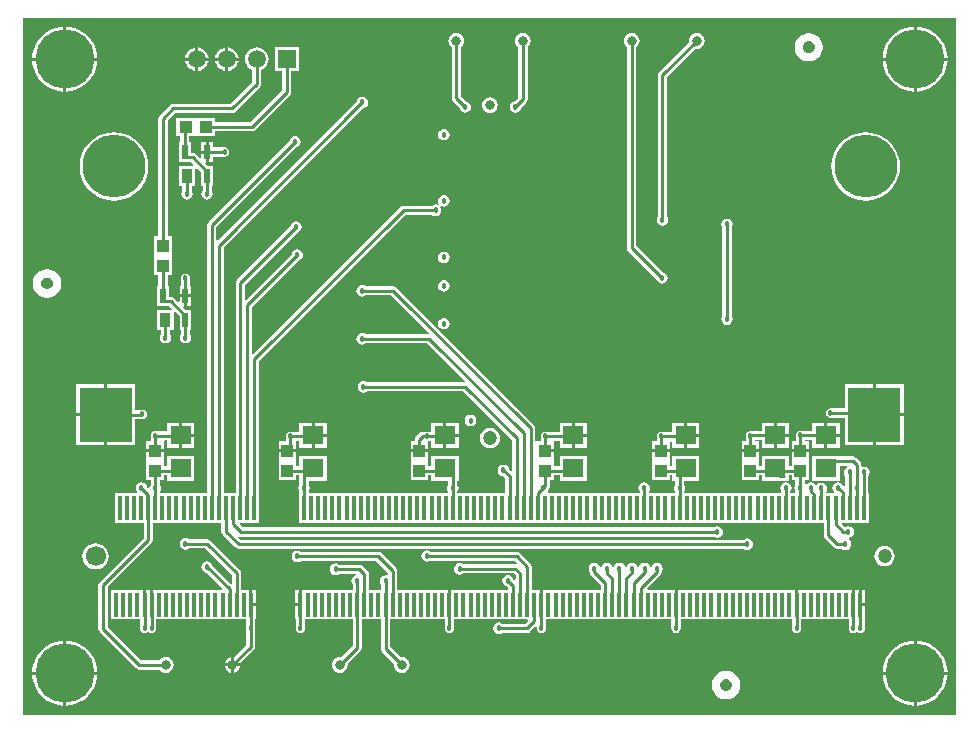
<source format=gtl>
G04*
G04 #@! TF.GenerationSoftware,Altium Limited,Altium Designer,19.0.15 (446)*
G04*
G04 Layer_Physical_Order=1*
G04 Layer_Color=255*
%FSLAX43Y43*%
%MOMM*%
G71*
G01*
G75*
%ADD14C,0.254*%
%ADD15R,0.350X2.000*%
%ADD16R,4.500X4.600*%
%ADD17R,1.100X1.000*%
%ADD18R,1.000X1.100*%
%ADD19R,0.483X1.168*%
%ADD20R,0.889X1.168*%
%ADD21R,1.800X1.600*%
%ADD33C,1.700*%
%ADD35C,0.800*%
%ADD36C,5.300*%
%ADD37C,1.200*%
%ADD38C,5.000*%
%ADD39R,1.500X1.500*%
%ADD40C,1.500*%
%ADD41C,0.457*%
G36*
X79500Y500D02*
X500D01*
Y59500D01*
X79500D01*
Y500D01*
D02*
G37*
%LPC*%
G36*
X67118Y58200D02*
X67000Y58200D01*
X67000Y58200D01*
X66882Y58200D01*
X66650Y58154D01*
X66432Y58063D01*
X66235Y57932D01*
X66068Y57765D01*
X65937Y57568D01*
X65846Y57350D01*
X65800Y57118D01*
X65800Y57000D01*
X65800Y57000D01*
Y56882D01*
X65846Y56650D01*
X65937Y56432D01*
X66068Y56235D01*
X66235Y56068D01*
X66432Y55937D01*
X66650Y55846D01*
X66882Y55800D01*
X67000D01*
X67118Y55800D01*
X67350Y55846D01*
X67568Y55937D01*
X67765Y56068D01*
X67932Y56235D01*
X68063Y56432D01*
X68154Y56650D01*
X68200Y56882D01*
X68200Y57000D01*
X68200Y57118D01*
X68154Y57350D01*
X68063Y57568D01*
X67932Y57765D01*
X67765Y57932D01*
X67568Y58063D01*
X67350Y58154D01*
X67118Y58200D01*
D02*
G37*
G36*
X57531Y58191D02*
X57360Y58168D01*
X57201Y58102D01*
X57065Y57997D01*
X56960Y57861D01*
X56894Y57702D01*
X56871Y57531D01*
X56884Y57434D01*
X54335Y54885D01*
X54251Y54759D01*
X54222Y54610D01*
Y42673D01*
X54156Y42574D01*
X54118Y42386D01*
X54156Y42198D01*
X54262Y42038D01*
X54422Y41932D01*
X54610Y41894D01*
X54798Y41932D01*
X54958Y42038D01*
X55065Y42198D01*
X55102Y42386D01*
X55065Y42574D01*
X54999Y42673D01*
Y54449D01*
X57434Y56884D01*
X57531Y56871D01*
X57702Y56894D01*
X57861Y56960D01*
X57997Y57065D01*
X58102Y57201D01*
X58168Y57360D01*
X58191Y57531D01*
X58168Y57702D01*
X58102Y57861D01*
X57997Y57997D01*
X57861Y58102D01*
X57702Y58168D01*
X57531Y58191D01*
D02*
G37*
G36*
X76127Y58753D02*
Y56127D01*
X78753D01*
X78729Y56432D01*
X78627Y56854D01*
X78461Y57254D01*
X78235Y57624D01*
X77953Y57953D01*
X77624Y58235D01*
X77254Y58461D01*
X76854Y58627D01*
X76432Y58729D01*
X76127Y58753D01*
D02*
G37*
G36*
X75873D02*
X75568Y58729D01*
X75146Y58627D01*
X74746Y58461D01*
X74376Y58235D01*
X74047Y57953D01*
X73765Y57624D01*
X73539Y57254D01*
X73373Y56854D01*
X73271Y56432D01*
X73247Y56127D01*
X75873D01*
Y58753D01*
D02*
G37*
G36*
X4127D02*
Y56127D01*
X6753D01*
X6729Y56432D01*
X6627Y56854D01*
X6461Y57254D01*
X6235Y57624D01*
X5953Y57953D01*
X5624Y58235D01*
X5254Y58461D01*
X4854Y58627D01*
X4432Y58729D01*
X4127Y58753D01*
D02*
G37*
G36*
X3873D02*
X3568Y58729D01*
X3146Y58627D01*
X2746Y58461D01*
X2376Y58235D01*
X2047Y57953D01*
X1765Y57624D01*
X1539Y57254D01*
X1373Y56854D01*
X1271Y56432D01*
X1247Y56127D01*
X3873D01*
Y58753D01*
D02*
G37*
G36*
X15319Y56996D02*
Y56127D01*
X16188D01*
X16170Y56262D01*
X16069Y56506D01*
X15908Y56716D01*
X15698Y56877D01*
X15454Y56978D01*
X15319Y56996D01*
D02*
G37*
G36*
X17859D02*
Y56127D01*
X18728D01*
X18710Y56262D01*
X18609Y56506D01*
X18448Y56716D01*
X18238Y56877D01*
X17994Y56978D01*
X17859Y56996D01*
D02*
G37*
G36*
X15065Y56996D02*
X14930Y56978D01*
X14686Y56877D01*
X14476Y56716D01*
X14315Y56506D01*
X14214Y56262D01*
X14196Y56127D01*
X15065D01*
Y56996D01*
D02*
G37*
G36*
X17605D02*
X17470Y56978D01*
X17226Y56877D01*
X17016Y56716D01*
X16855Y56506D01*
X16754Y56262D01*
X16736Y56127D01*
X17605D01*
Y56996D01*
D02*
G37*
G36*
X18728Y55873D02*
X17859D01*
Y55004D01*
X17994Y55022D01*
X18238Y55123D01*
X18448Y55284D01*
X18609Y55494D01*
X18710Y55738D01*
X18728Y55873D01*
D02*
G37*
G36*
X16188D02*
X15319D01*
Y55004D01*
X15454Y55022D01*
X15698Y55123D01*
X15908Y55284D01*
X16069Y55494D01*
X16170Y55738D01*
X16188Y55873D01*
D02*
G37*
G36*
X17605D02*
X16736D01*
X16754Y55738D01*
X16855Y55494D01*
X17016Y55284D01*
X17226Y55123D01*
X17470Y55022D01*
X17605Y55004D01*
Y55873D01*
D02*
G37*
G36*
X15065D02*
X14196D01*
X14214Y55738D01*
X14315Y55494D01*
X14476Y55284D01*
X14686Y55123D01*
X14930Y55022D01*
X15065Y55004D01*
Y55873D01*
D02*
G37*
G36*
X78753Y55873D02*
X76127D01*
Y53247D01*
X76432Y53271D01*
X76854Y53373D01*
X77254Y53539D01*
X77624Y53765D01*
X77953Y54047D01*
X78235Y54376D01*
X78461Y54746D01*
X78627Y55146D01*
X78729Y55568D01*
X78753Y55873D01*
D02*
G37*
G36*
X75873D02*
X73247D01*
X73271Y55568D01*
X73373Y55146D01*
X73539Y54746D01*
X73765Y54376D01*
X74047Y54047D01*
X74376Y53765D01*
X74746Y53539D01*
X75146Y53373D01*
X75568Y53271D01*
X75873Y53247D01*
Y55873D01*
D02*
G37*
G36*
X6753D02*
X4127D01*
Y53247D01*
X4432Y53271D01*
X4854Y53373D01*
X5254Y53539D01*
X5624Y53765D01*
X5953Y54047D01*
X6235Y54376D01*
X6461Y54746D01*
X6627Y55146D01*
X6729Y55568D01*
X6753Y55873D01*
D02*
G37*
G36*
X3873D02*
X1247D01*
X1271Y55568D01*
X1373Y55146D01*
X1539Y54746D01*
X1765Y54376D01*
X2047Y54047D01*
X2376Y53765D01*
X2746Y53539D01*
X3146Y53373D01*
X3568Y53271D01*
X3873Y53247D01*
Y55873D01*
D02*
G37*
G36*
X42799Y58191D02*
X42628Y58168D01*
X42469Y58102D01*
X42333Y57997D01*
X42228Y57861D01*
X42162Y57702D01*
X42139Y57531D01*
X42162Y57360D01*
X42228Y57201D01*
X42333Y57065D01*
X42411Y57005D01*
Y52739D01*
X42092Y52421D01*
X41976Y52398D01*
X41816Y52291D01*
X41709Y52131D01*
X41672Y51943D01*
X41709Y51755D01*
X41816Y51595D01*
X41976Y51488D01*
X42164Y51451D01*
X42352Y51488D01*
X42512Y51595D01*
X42619Y51755D01*
X42642Y51871D01*
X43074Y52303D01*
X43158Y52429D01*
X43187Y52578D01*
Y57005D01*
X43265Y57065D01*
X43370Y57201D01*
X43436Y57360D01*
X43459Y57531D01*
X43436Y57702D01*
X43370Y57861D01*
X43265Y57997D01*
X43129Y58102D01*
X42970Y58168D01*
X42799Y58191D01*
D02*
G37*
G36*
X37150D02*
X36979Y58168D01*
X36820Y58102D01*
X36684Y57997D01*
X36579Y57861D01*
X36513Y57702D01*
X36490Y57531D01*
X36513Y57360D01*
X36579Y57201D01*
X36684Y57065D01*
X36762Y57005D01*
Y52706D01*
X36791Y52557D01*
X36875Y52431D01*
X37435Y51871D01*
X37458Y51755D01*
X37565Y51595D01*
X37725Y51488D01*
X37913Y51451D01*
X38101Y51488D01*
X38261Y51595D01*
X38368Y51755D01*
X38405Y51943D01*
X38368Y52131D01*
X38261Y52291D01*
X38101Y52398D01*
X37985Y52421D01*
X37538Y52867D01*
Y57005D01*
X37616Y57065D01*
X37721Y57201D01*
X37787Y57360D01*
X37810Y57531D01*
X37787Y57702D01*
X37721Y57861D01*
X37616Y57997D01*
X37480Y58102D01*
X37321Y58168D01*
X37150Y58191D01*
D02*
G37*
G36*
X40000Y52760D02*
X39829Y52737D01*
X39670Y52671D01*
X39534Y52567D01*
X39429Y52430D01*
X39363Y52271D01*
X39340Y52100D01*
X39363Y51929D01*
X39429Y51770D01*
X39534Y51634D01*
X39670Y51529D01*
X39829Y51463D01*
X40000Y51440D01*
X40171Y51463D01*
X40330Y51529D01*
X40466Y51634D01*
X40571Y51770D01*
X40637Y51929D01*
X40660Y52100D01*
X40637Y52271D01*
X40571Y52430D01*
X40466Y52567D01*
X40330Y52671D01*
X40171Y52737D01*
X40000Y52760D01*
D02*
G37*
G36*
X23816Y57004D02*
X21808D01*
Y54996D01*
X22424D01*
Y53392D01*
X19683Y50652D01*
X16764D01*
Y51017D01*
X15191D01*
X15156Y51017D01*
X15064D01*
X15029Y51017D01*
X13456D01*
Y49509D01*
X13772D01*
Y48966D01*
X13665D01*
Y47290D01*
X14237D01*
X14274Y47282D01*
X14667D01*
X14898Y47052D01*
X14849Y46934D01*
X13665D01*
Y45258D01*
X13975D01*
Y44883D01*
X13909Y44784D01*
X13871Y44596D01*
X13909Y44408D01*
X14015Y44248D01*
X14175Y44141D01*
X14363Y44104D01*
X14552Y44141D01*
X14711Y44248D01*
X14818Y44408D01*
X14855Y44596D01*
X14818Y44784D01*
X14752Y44883D01*
Y45258D01*
X15062D01*
Y46722D01*
X15179Y46771D01*
X15565Y46385D01*
Y45258D01*
X15672D01*
Y44883D01*
X15606Y44784D01*
X15568Y44596D01*
X15606Y44408D01*
X15712Y44248D01*
X15872Y44141D01*
X16060Y44104D01*
X16248Y44141D01*
X16408Y44248D01*
X16515Y44408D01*
X16552Y44596D01*
X16515Y44784D01*
X16448Y44883D01*
Y45258D01*
X16555D01*
Y46934D01*
X16114D01*
X15876Y47172D01*
X15924Y47290D01*
X15933D01*
Y48001D01*
X15565D01*
Y47650D01*
X15447Y47601D01*
X15103Y47945D01*
X14977Y48030D01*
X14828Y48059D01*
X14655D01*
Y48966D01*
X14549D01*
Y49509D01*
X15029D01*
X15064Y49509D01*
X15156D01*
X15191Y49509D01*
X16764D01*
Y49875D01*
X19844D01*
X19993Y49904D01*
X20119Y49988D01*
X23087Y52956D01*
X23171Y53082D01*
X23201Y53231D01*
Y54996D01*
X23816D01*
Y57004D01*
D02*
G37*
G36*
X36100Y50092D02*
X35912Y50055D01*
X35752Y49948D01*
X35645Y49788D01*
X35608Y49600D01*
X35645Y49412D01*
X35752Y49252D01*
X35912Y49145D01*
X36100Y49108D01*
X36288Y49145D01*
X36448Y49252D01*
X36555Y49412D01*
X36592Y49600D01*
X36555Y49788D01*
X36448Y49948D01*
X36288Y50055D01*
X36100Y50092D01*
D02*
G37*
G36*
X15933Y48966D02*
X15565D01*
Y48255D01*
X15933D01*
Y48966D01*
D02*
G37*
G36*
X16555D02*
X16187D01*
Y48128D01*
Y47290D01*
X16555D01*
Y47740D01*
X17560D01*
X17709Y47769D01*
X17835Y47853D01*
X17919Y47979D01*
X17948Y48128D01*
X17919Y48277D01*
X17835Y48403D01*
X17709Y48487D01*
X17560Y48516D01*
X16555D01*
Y48966D01*
D02*
G37*
G36*
X71813Y49818D02*
X71357Y49782D01*
X70913Y49675D01*
X70491Y49500D01*
X70101Y49262D01*
X69753Y48965D01*
X69456Y48617D01*
X69218Y48227D01*
X69043Y47805D01*
X68936Y47361D01*
X68900Y46905D01*
X68936Y46449D01*
X69043Y46005D01*
X69218Y45583D01*
X69456Y45193D01*
X69753Y44845D01*
X70101Y44548D01*
X70491Y44310D01*
X70913Y44135D01*
X71357Y44028D01*
X71813Y43992D01*
X72269Y44028D01*
X72713Y44135D01*
X73135Y44310D01*
X73525Y44548D01*
X73873Y44845D01*
X74170Y45193D01*
X74408Y45583D01*
X74583Y46005D01*
X74690Y46449D01*
X74726Y46905D01*
X74690Y47361D01*
X74583Y47805D01*
X74408Y48227D01*
X74170Y48617D01*
X73873Y48965D01*
X73525Y49262D01*
X73135Y49500D01*
X72713Y49675D01*
X72269Y49782D01*
X71813Y49818D01*
D02*
G37*
G36*
X8173D02*
X7717Y49782D01*
X7273Y49675D01*
X6851Y49500D01*
X6461Y49262D01*
X6113Y48965D01*
X5816Y48617D01*
X5578Y48227D01*
X5403Y47805D01*
X5296Y47361D01*
X5260Y46905D01*
X5296Y46449D01*
X5403Y46005D01*
X5578Y45583D01*
X5816Y45193D01*
X6113Y44845D01*
X6461Y44548D01*
X6851Y44310D01*
X7273Y44135D01*
X7717Y44028D01*
X8173Y43992D01*
X8629Y44028D01*
X9073Y44135D01*
X9495Y44310D01*
X9885Y44548D01*
X10233Y44845D01*
X10530Y45193D01*
X10768Y45583D01*
X10943Y46005D01*
X11050Y46449D01*
X11086Y46905D01*
X11050Y47361D01*
X10943Y47805D01*
X10768Y48227D01*
X10530Y48617D01*
X10233Y48965D01*
X9885Y49262D01*
X9495Y49500D01*
X9073Y49675D01*
X8629Y49782D01*
X8173Y49818D01*
D02*
G37*
G36*
X29191Y52816D02*
X29003Y52779D01*
X28843Y52672D01*
X28736Y52512D01*
X28713Y52396D01*
X16970Y40652D01*
X16852Y40701D01*
Y41801D01*
X23567Y48515D01*
X23683Y48539D01*
X23843Y48645D01*
X23950Y48805D01*
X23987Y48993D01*
X23950Y49181D01*
X23843Y49341D01*
X23683Y49448D01*
X23495Y49485D01*
X23307Y49448D01*
X23147Y49341D01*
X23040Y49181D01*
X23017Y49065D01*
X16189Y42237D01*
X16105Y42111D01*
X16076Y41962D01*
Y19259D01*
X12052D01*
Y19398D01*
X12119Y19497D01*
X12156Y19685D01*
X12119Y19873D01*
X12052Y19972D01*
Y20328D01*
X12427D01*
Y20744D01*
X12669D01*
Y20308D01*
X14977D01*
Y22416D01*
X12669D01*
Y21520D01*
X12427D01*
Y21901D01*
X12427Y21936D01*
Y22028D01*
X12427Y22063D01*
Y22705D01*
X11673D01*
X10919D01*
Y22063D01*
X10919Y22028D01*
Y21936D01*
X10919Y21901D01*
Y20328D01*
X11276D01*
Y19972D01*
X11209Y19873D01*
X11186Y19754D01*
X11067Y19706D01*
X10975Y19769D01*
X10955Y19873D01*
X10848Y20033D01*
X10688Y20140D01*
X10500Y20177D01*
X10312Y20140D01*
X10152Y20033D01*
X10045Y19873D01*
X10008Y19685D01*
X10045Y19497D01*
X10119Y19386D01*
X10058Y19259D01*
X8235D01*
Y16751D01*
X10676D01*
Y15461D01*
X6964Y11750D01*
X6880Y11624D01*
X6851Y11475D01*
Y7786D01*
X6880Y7638D01*
X6964Y7512D01*
X10052Y4424D01*
X10178Y4340D01*
X10326Y4311D01*
X12047D01*
X12107Y4233D01*
X12243Y4128D01*
X12402Y4062D01*
X12573Y4039D01*
X12744Y4062D01*
X12903Y4128D01*
X13039Y4233D01*
X13144Y4369D01*
X13210Y4528D01*
X13233Y4699D01*
X13210Y4870D01*
X13144Y5029D01*
X13039Y5165D01*
X12903Y5270D01*
X12744Y5336D01*
X12573Y5359D01*
X12402Y5336D01*
X12243Y5270D01*
X12107Y5165D01*
X12047Y5087D01*
X10487D01*
X7627Y7947D01*
Y11314D01*
X11339Y15025D01*
X11423Y15151D01*
X11452Y15300D01*
Y16751D01*
X17276D01*
Y15991D01*
X17305Y15842D01*
X17389Y15716D01*
X18455Y14650D01*
X18581Y14566D01*
X18730Y14537D01*
X61501D01*
X61600Y14470D01*
X61788Y14433D01*
X61976Y14470D01*
X62136Y14577D01*
X62243Y14737D01*
X62280Y14925D01*
X62243Y15113D01*
X62136Y15273D01*
X61976Y15380D01*
X61788Y15417D01*
X61600Y15380D01*
X61501Y15313D01*
X18891D01*
X18661Y15543D01*
X18742Y15642D01*
X18811Y15596D01*
X18959Y15567D01*
X58975D01*
X59074Y15500D01*
X59262Y15463D01*
X59450Y15500D01*
X59610Y15607D01*
X59717Y15767D01*
X59754Y15955D01*
X59717Y16143D01*
X59610Y16303D01*
X59450Y16410D01*
X59262Y16447D01*
X59074Y16410D01*
X58975Y16343D01*
X19120D01*
X18830Y16634D01*
X18879Y16751D01*
X20493D01*
Y19259D01*
X20452D01*
Y30415D01*
X32849Y42812D01*
X35113D01*
X35212Y42745D01*
X35400Y42708D01*
X35588Y42745D01*
X35748Y42852D01*
X35855Y43012D01*
X35892Y43200D01*
X35855Y43388D01*
X35803Y43465D01*
X35894Y43557D01*
X35912Y43546D01*
X36100Y43508D01*
X36288Y43546D01*
X36448Y43652D01*
X36555Y43812D01*
X36592Y44000D01*
X36555Y44188D01*
X36448Y44348D01*
X36288Y44455D01*
X36100Y44492D01*
X35912Y44455D01*
X35752Y44348D01*
X35645Y44188D01*
X35608Y44000D01*
X35645Y43812D01*
X35697Y43735D01*
X35606Y43643D01*
X35588Y43655D01*
X35400Y43692D01*
X35212Y43655D01*
X35113Y43588D01*
X32688D01*
X32539Y43559D01*
X32413Y43475D01*
X19970Y31031D01*
X19852Y31080D01*
Y35022D01*
X23757Y38927D01*
X23874Y38950D01*
X24033Y39057D01*
X24140Y39216D01*
X24177Y39404D01*
X24140Y39593D01*
X24033Y39752D01*
X23874Y39859D01*
X23685Y39896D01*
X23497Y39859D01*
X23338Y39752D01*
X23231Y39593D01*
X23208Y39476D01*
X19370Y35638D01*
X19252Y35687D01*
Y36891D01*
X23666Y41304D01*
X23782Y41328D01*
X23942Y41434D01*
X24048Y41594D01*
X24086Y41782D01*
X24048Y41970D01*
X23942Y42130D01*
X23782Y42237D01*
X23594Y42274D01*
X23406Y42237D01*
X23246Y42130D01*
X23139Y41970D01*
X23116Y41854D01*
X18589Y37327D01*
X18505Y37201D01*
X18476Y37052D01*
Y19259D01*
X17452D01*
Y40036D01*
X29263Y51846D01*
X29379Y51869D01*
X29539Y51976D01*
X29646Y52136D01*
X29683Y52324D01*
X29646Y52512D01*
X29539Y52672D01*
X29379Y52779D01*
X29191Y52816D01*
D02*
G37*
G36*
X36100Y39692D02*
X35912Y39655D01*
X35752Y39548D01*
X35645Y39388D01*
X35608Y39200D01*
X35645Y39012D01*
X35752Y38852D01*
X35912Y38745D01*
X36100Y38708D01*
X36288Y38745D01*
X36448Y38852D01*
X36555Y39012D01*
X36592Y39200D01*
X36555Y39388D01*
X36448Y39548D01*
X36288Y39655D01*
X36100Y39692D01*
D02*
G37*
G36*
X2618Y38200D02*
X2500Y38200D01*
X2500Y38200D01*
X2382Y38200D01*
X2150Y38154D01*
X1932Y38063D01*
X1735Y37932D01*
X1568Y37765D01*
X1437Y37568D01*
X1346Y37350D01*
X1300Y37118D01*
X1300Y37000D01*
X1300Y37000D01*
Y36882D01*
X1346Y36650D01*
X1437Y36432D01*
X1568Y36235D01*
X1735Y36068D01*
X1932Y35937D01*
X2150Y35846D01*
X2382Y35800D01*
X2500D01*
X2618Y35800D01*
X2850Y35846D01*
X3068Y35937D01*
X3265Y36068D01*
X3432Y36235D01*
X3563Y36432D01*
X3654Y36650D01*
X3700Y36882D01*
X3700Y37000D01*
X3700Y37118D01*
X3654Y37350D01*
X3563Y37568D01*
X3432Y37765D01*
X3265Y37932D01*
X3068Y38063D01*
X2850Y38154D01*
X2618Y38200D01*
D02*
G37*
G36*
X52009Y58191D02*
X51838Y58168D01*
X51679Y58102D01*
X51543Y57997D01*
X51438Y57861D01*
X51372Y57702D01*
X51349Y57531D01*
X51372Y57360D01*
X51438Y57201D01*
X51543Y57065D01*
X51621Y57005D01*
Y40008D01*
X51650Y39860D01*
X51734Y39734D01*
X54086Y37382D01*
X54109Y37265D01*
X54216Y37105D01*
X54376Y36999D01*
X54564Y36961D01*
X54752Y36999D01*
X54912Y37105D01*
X55019Y37265D01*
X55056Y37453D01*
X55019Y37641D01*
X54912Y37801D01*
X54752Y37908D01*
X54636Y37931D01*
X52397Y40169D01*
Y57005D01*
X52475Y57065D01*
X52580Y57201D01*
X52646Y57360D01*
X52669Y57531D01*
X52646Y57702D01*
X52580Y57861D01*
X52475Y57997D01*
X52339Y58102D01*
X52180Y58168D01*
X52009Y58191D01*
D02*
G37*
G36*
X36100Y37292D02*
X35912Y37255D01*
X35752Y37148D01*
X35645Y36988D01*
X35608Y36800D01*
X35645Y36612D01*
X35752Y36452D01*
X35912Y36345D01*
X36100Y36308D01*
X36288Y36345D01*
X36448Y36452D01*
X36555Y36612D01*
X36592Y36800D01*
X36555Y36988D01*
X36448Y37148D01*
X36288Y37255D01*
X36100Y37292D01*
D02*
G37*
G36*
X14224Y37842D02*
X14075Y37812D01*
X13949Y37728D01*
X13865Y37602D01*
X13836Y37453D01*
Y36791D01*
X13729D01*
Y36080D01*
X14719D01*
Y36791D01*
X14612D01*
Y37453D01*
X14583Y37602D01*
X14499Y37728D01*
X14373Y37812D01*
X14224Y37842D01*
D02*
G37*
G36*
X14719Y35826D02*
X14351D01*
Y35115D01*
X14719D01*
Y35826D01*
D02*
G37*
G36*
X60071Y42500D02*
X59883Y42463D01*
X59723Y42356D01*
X59616Y42196D01*
X59579Y42008D01*
X59616Y41820D01*
X59683Y41721D01*
Y34264D01*
X59616Y34165D01*
X59579Y33977D01*
X59616Y33788D01*
X59723Y33629D01*
X59883Y33522D01*
X60071Y33485D01*
X60259Y33522D01*
X60419Y33629D01*
X60526Y33788D01*
X60563Y33977D01*
X60526Y34165D01*
X60459Y34264D01*
Y41721D01*
X60526Y41820D01*
X60563Y42008D01*
X60526Y42196D01*
X60419Y42356D01*
X60259Y42463D01*
X60071Y42500D01*
D02*
G37*
G36*
X36100Y34092D02*
X35912Y34055D01*
X35752Y33948D01*
X35645Y33788D01*
X35608Y33600D01*
X35645Y33412D01*
X35752Y33252D01*
X35912Y33146D01*
X36100Y33108D01*
X36288Y33146D01*
X36448Y33252D01*
X36555Y33412D01*
X36592Y33600D01*
X36555Y33788D01*
X36448Y33948D01*
X36288Y34055D01*
X36100Y34092D01*
D02*
G37*
G36*
X29191Y36876D02*
X29002Y36838D01*
X28843Y36732D01*
X28736Y36572D01*
X28699Y36384D01*
X28736Y36196D01*
X28843Y36036D01*
X29002Y35929D01*
X29191Y35892D01*
X29379Y35929D01*
X29478Y35995D01*
X31654D01*
X34814Y32835D01*
X34762Y32708D01*
X29478D01*
X29379Y32774D01*
X29191Y32812D01*
X29002Y32774D01*
X28843Y32668D01*
X28736Y32508D01*
X28699Y32320D01*
X28736Y32132D01*
X28843Y31972D01*
X29002Y31865D01*
X29191Y31828D01*
X29379Y31865D01*
X29478Y31931D01*
X34702D01*
X37862Y28771D01*
X37810Y28644D01*
X29575D01*
X29476Y28710D01*
X29288Y28748D01*
X29100Y28710D01*
X28940Y28604D01*
X28833Y28444D01*
X28796Y28256D01*
X28833Y28068D01*
X28940Y27908D01*
X29100Y27801D01*
X29288Y27764D01*
X29476Y27801D01*
X29575Y27867D01*
X37734D01*
X41876Y23726D01*
Y21168D01*
X41758Y21119D01*
X41626Y21252D01*
X41603Y21368D01*
X41496Y21528D01*
X41336Y21635D01*
X41148Y21672D01*
X40960Y21635D01*
X40800Y21528D01*
X40693Y21368D01*
X40656Y21180D01*
X40693Y20992D01*
X40800Y20832D01*
X40960Y20726D01*
X41076Y20702D01*
X41276Y20503D01*
Y19259D01*
X37252D01*
Y19398D01*
X37319Y19497D01*
X37356Y19685D01*
X37319Y19873D01*
X37252Y19972D01*
Y20308D01*
X37349D01*
Y22416D01*
X35041D01*
Y21520D01*
X34790D01*
Y21901D01*
X34790Y21936D01*
Y22028D01*
X34790Y22063D01*
Y22705D01*
X34036D01*
X33282D01*
Y22063D01*
X33282Y22028D01*
Y21936D01*
X33282Y21901D01*
Y20328D01*
X34790D01*
Y20744D01*
X35041D01*
Y20308D01*
X36476D01*
Y19972D01*
X36410Y19873D01*
X36372Y19685D01*
X36410Y19497D01*
X36476Y19398D01*
Y19259D01*
X24649D01*
Y19403D01*
X24712Y19497D01*
X24749Y19685D01*
X24712Y19873D01*
X24645Y19972D01*
Y20308D01*
X26180D01*
Y22416D01*
X23872D01*
Y21520D01*
X23614D01*
Y21901D01*
X23614Y21936D01*
Y22028D01*
X23614Y22063D01*
Y22705D01*
X22860D01*
X22106D01*
Y22063D01*
X22106Y22028D01*
Y21936D01*
X22106Y21901D01*
Y20328D01*
X23614D01*
Y20744D01*
X23869D01*
Y19972D01*
X23802Y19873D01*
X23765Y19685D01*
X23802Y19497D01*
X23872Y19393D01*
Y19259D01*
X23835D01*
Y16751D01*
X68276D01*
Y15664D01*
X68305Y15515D01*
X68389Y15389D01*
X69128Y14650D01*
X69254Y14566D01*
X69403Y14537D01*
X69817D01*
X69916Y14470D01*
X70104Y14433D01*
X70292Y14470D01*
X70452Y14577D01*
X70559Y14737D01*
X70596Y14925D01*
X70559Y15113D01*
X70452Y15273D01*
X70349Y15342D01*
X70351Y15373D01*
X70387Y15469D01*
X70546Y15500D01*
X70706Y15607D01*
X70813Y15767D01*
X70850Y15955D01*
X70813Y16143D01*
X70706Y16303D01*
X70546Y16410D01*
X70358Y16447D01*
X70170Y16410D01*
X70082Y16351D01*
X69799Y16634D01*
X69847Y16751D01*
X72093D01*
Y19259D01*
X72052D01*
Y20713D01*
X72118Y20812D01*
X72156Y21000D01*
X72118Y21188D01*
X72012Y21348D01*
X71852Y21455D01*
X71664Y21492D01*
X71589Y21477D01*
X71462Y21581D01*
Y21654D01*
X71432Y21803D01*
X71348Y21929D01*
X71031Y22246D01*
X70905Y22330D01*
X70756Y22360D01*
X69607D01*
Y22416D01*
X67299D01*
Y20308D01*
X69607D01*
Y21583D01*
X70271D01*
X70283Y21456D01*
X70276Y21455D01*
X70116Y21348D01*
X70009Y21188D01*
X69972Y21000D01*
X70009Y20812D01*
X70076Y20713D01*
Y19957D01*
X69958Y19881D01*
X69949Y19882D01*
X69848Y20033D01*
X69688Y20140D01*
X69500Y20177D01*
X69312Y20140D01*
X69152Y20033D01*
X69046Y19873D01*
X69008Y19685D01*
X69046Y19497D01*
X69119Y19386D01*
X69058Y19259D01*
X68499D01*
X68464Y19386D01*
X68519Y19468D01*
X68556Y19656D01*
X68519Y19844D01*
X68412Y20004D01*
X68252Y20111D01*
X68064Y20148D01*
X67876Y20111D01*
X67716Y20004D01*
X67697Y19975D01*
X67570D01*
X67531Y20033D01*
X67371Y20140D01*
X67183Y20177D01*
X66995Y20140D01*
X66835Y20033D01*
X66696Y20053D01*
X66652Y20094D01*
Y20328D01*
X67048D01*
Y21901D01*
X67048Y21936D01*
Y22028D01*
X67048Y22063D01*
Y22705D01*
X66294D01*
X65540D01*
Y22063D01*
X65540Y22028D01*
Y21936D01*
X65540Y21901D01*
Y21520D01*
X65318D01*
Y22416D01*
X63010D01*
Y21520D01*
X62818D01*
Y21901D01*
X62818Y21936D01*
Y22028D01*
X62818Y22063D01*
Y22705D01*
X62064D01*
X61310D01*
Y22063D01*
X61310Y22028D01*
Y21936D01*
X61310Y21901D01*
Y20328D01*
X62818D01*
Y20744D01*
X63010D01*
Y20308D01*
X65318D01*
Y20743D01*
X65540D01*
Y20328D01*
X65876D01*
Y19972D01*
X65809Y19873D01*
X65772Y19685D01*
X65809Y19497D01*
X65876Y19398D01*
Y19259D01*
X65452D01*
Y19398D01*
X65519Y19497D01*
X65556Y19685D01*
X65519Y19873D01*
X65412Y20033D01*
X65252Y20140D01*
X65064Y20177D01*
X64876Y20140D01*
X64716Y20033D01*
X64609Y19873D01*
X64572Y19685D01*
X64609Y19497D01*
X64676Y19398D01*
Y19259D01*
X56452D01*
Y19398D01*
X56519Y19497D01*
X56556Y19685D01*
X56519Y19873D01*
X56452Y19972D01*
Y20308D01*
X57726D01*
Y22416D01*
X55418D01*
Y21520D01*
X55237D01*
Y21901D01*
X55237Y21936D01*
Y22028D01*
X55237Y22063D01*
Y22705D01*
X54483D01*
X53729D01*
Y22063D01*
X53729Y22028D01*
Y21936D01*
X53729Y21901D01*
Y20328D01*
X55237D01*
Y20744D01*
X55418D01*
Y20308D01*
X55676D01*
Y19972D01*
X55610Y19873D01*
X55572Y19685D01*
X55610Y19497D01*
X55676Y19398D01*
Y19259D01*
X53452D01*
Y19398D01*
X53519Y19497D01*
X53556Y19685D01*
X53519Y19873D01*
X53412Y20033D01*
X53252Y20140D01*
X53064Y20177D01*
X52876Y20140D01*
X52716Y20033D01*
X52609Y19873D01*
X52572Y19685D01*
X52609Y19497D01*
X52676Y19398D01*
Y19259D01*
X44942D01*
X44881Y19386D01*
X44954Y19497D01*
X44978Y19613D01*
X44979Y19614D01*
X45063Y19740D01*
X45092Y19889D01*
Y20328D01*
X45458D01*
Y20744D01*
X45910D01*
Y20308D01*
X48218D01*
Y22416D01*
X45910D01*
Y21520D01*
X45458D01*
Y21901D01*
X45458Y21936D01*
Y22028D01*
X45458Y22063D01*
Y22705D01*
X44704D01*
Y22959D01*
X45458D01*
Y23636D01*
X45569Y23674D01*
X45910D01*
Y23108D01*
X46937D01*
Y24162D01*
Y25216D01*
X45910D01*
Y24450D01*
X44710D01*
X44561Y24421D01*
X44435Y24337D01*
X44351Y24211D01*
X44322Y24062D01*
Y23636D01*
X43970D01*
X43950Y23636D01*
X43843Y23684D01*
Y24744D01*
X43813Y24893D01*
X43729Y25019D01*
X32090Y36659D01*
X31964Y36743D01*
X31815Y36772D01*
X29478D01*
X29379Y36838D01*
X29191Y36876D01*
D02*
G37*
G36*
X20272Y57013D02*
X20010Y56978D01*
X19766Y56877D01*
X19556Y56716D01*
X19395Y56506D01*
X19294Y56262D01*
X19259Y56000D01*
X19294Y55738D01*
X19395Y55494D01*
X19556Y55284D01*
X19766Y55123D01*
X19884Y55074D01*
Y54088D01*
X18000Y52204D01*
X13177D01*
X13028Y52175D01*
X12902Y52091D01*
X12044Y51233D01*
X11960Y51107D01*
X11930Y50958D01*
Y40995D01*
X11565D01*
Y39422D01*
X11565Y39387D01*
Y39295D01*
X11565Y39260D01*
Y37687D01*
X11936D01*
Y36791D01*
X11829D01*
Y35115D01*
X12401D01*
X12438Y35108D01*
X12831D01*
X13062Y34877D01*
X13013Y34759D01*
X11829D01*
Y33083D01*
X12139D01*
Y32708D01*
X12073Y32609D01*
X12035Y32421D01*
X12073Y32233D01*
X12179Y32073D01*
X12339Y31967D01*
X12527Y31929D01*
X12715Y31967D01*
X12875Y32073D01*
X12982Y32233D01*
X13019Y32421D01*
X12982Y32609D01*
X12916Y32708D01*
Y33083D01*
X13226D01*
Y34547D01*
X13343Y34596D01*
X13729Y34210D01*
Y33083D01*
X13836D01*
Y32708D01*
X13769Y32609D01*
X13732Y32421D01*
X13769Y32233D01*
X13876Y32073D01*
X14036Y31967D01*
X14224Y31929D01*
X14412Y31967D01*
X14572Y32073D01*
X14679Y32233D01*
X14716Y32421D01*
X14679Y32609D01*
X14612Y32708D01*
Y33083D01*
X14719D01*
Y34759D01*
X14278D01*
X14040Y34998D01*
X14088Y35115D01*
X14097D01*
Y35826D01*
X13729D01*
Y35475D01*
X13611Y35426D01*
X13267Y35771D01*
X13141Y35855D01*
X12992Y35884D01*
X12819D01*
Y36791D01*
X12712D01*
Y37687D01*
X13073D01*
Y39260D01*
X13073Y39295D01*
Y39387D01*
X13073Y39422D01*
Y40995D01*
X12707D01*
Y50797D01*
X13338Y51428D01*
X18161D01*
X18310Y51457D01*
X18436Y51541D01*
X20547Y53652D01*
X20631Y53778D01*
X20661Y53927D01*
Y55074D01*
X20778Y55123D01*
X20988Y55284D01*
X21149Y55494D01*
X21250Y55738D01*
X21285Y56000D01*
X21250Y56262D01*
X21149Y56506D01*
X20988Y56716D01*
X20778Y56877D01*
X20534Y56978D01*
X20272Y57013D01*
D02*
G37*
G36*
X75068Y28459D02*
X72691D01*
Y26032D01*
X75068D01*
Y28459D01*
D02*
G37*
G36*
X7337D02*
X4960D01*
Y26032D01*
X7337D01*
Y28459D01*
D02*
G37*
G36*
X38364Y25882D02*
X38176Y25845D01*
X38016Y25738D01*
X37909Y25578D01*
X37872Y25390D01*
X37909Y25202D01*
X38016Y25042D01*
X38176Y24936D01*
X38364Y24898D01*
X38552Y24936D01*
X38712Y25042D01*
X38819Y25202D01*
X38856Y25390D01*
X38819Y25578D01*
X38712Y25738D01*
X38552Y25845D01*
X38364Y25882D01*
D02*
G37*
G36*
X65318Y25216D02*
X64291D01*
Y24289D01*
X65318D01*
Y25216D01*
D02*
G37*
G36*
X57726D02*
X56699D01*
Y24289D01*
X57726D01*
Y25216D01*
D02*
G37*
G36*
X69607D02*
X68580D01*
Y24289D01*
X69607D01*
Y25216D01*
D02*
G37*
G36*
X37349D02*
X36322D01*
Y24289D01*
X37349D01*
Y25216D01*
D02*
G37*
G36*
X26180D02*
X25153D01*
Y24289D01*
X26180D01*
Y25216D01*
D02*
G37*
G36*
X14977D02*
X13950D01*
Y24289D01*
X14977D01*
Y25216D01*
D02*
G37*
G36*
X48218D02*
X47191D01*
Y24289D01*
X48218D01*
Y25216D01*
D02*
G37*
G36*
X75068Y25778D02*
X72691D01*
Y23351D01*
X75068D01*
Y25778D01*
D02*
G37*
G36*
X72437Y28459D02*
X70060D01*
Y26423D01*
X68834D01*
X68685Y26394D01*
X68559Y26310D01*
X68475Y26184D01*
X68446Y26035D01*
X68475Y25886D01*
X68559Y25760D01*
X68685Y25676D01*
X68834Y25647D01*
X70060D01*
Y23351D01*
X72437D01*
Y25905D01*
Y28459D01*
D02*
G37*
G36*
X9968D02*
X7591D01*
Y25905D01*
Y23351D01*
X9968D01*
Y25517D01*
X10567D01*
X10716Y25546D01*
X10842Y25630D01*
X10845Y25633D01*
X10929Y25759D01*
X10958Y25908D01*
X10929Y26057D01*
X10845Y26183D01*
X10719Y26267D01*
X10570Y26296D01*
X10555Y26293D01*
X9968D01*
Y28459D01*
D02*
G37*
G36*
X7337Y25778D02*
X4960D01*
Y23351D01*
X7337D01*
Y25778D01*
D02*
G37*
G36*
X69607Y24035D02*
X68580D01*
Y23108D01*
X69607D01*
Y24035D01*
D02*
G37*
G36*
X68326Y25216D02*
X67299D01*
Y24550D01*
X66294D01*
X66145Y24521D01*
X66019Y24437D01*
X65935Y24311D01*
X65905Y24162D01*
Y23636D01*
X65540D01*
Y22959D01*
X66294D01*
X67048D01*
Y23636D01*
X66682D01*
Y23774D01*
X67299D01*
Y23108D01*
X68326D01*
Y24162D01*
Y25216D01*
D02*
G37*
G36*
X65318Y24035D02*
X64291D01*
Y23108D01*
X65318D01*
Y24035D01*
D02*
G37*
G36*
X64037Y25216D02*
X63010D01*
Y24550D01*
X62103D01*
X61954Y24521D01*
X61828Y24437D01*
X61789Y24398D01*
X61705Y24272D01*
X61676Y24123D01*
Y23636D01*
X61310D01*
Y22959D01*
X62064D01*
X62818D01*
Y23636D01*
X62452D01*
Y23774D01*
X63010D01*
Y23108D01*
X64037D01*
Y24162D01*
Y25216D01*
D02*
G37*
G36*
X57726Y24035D02*
X56699D01*
Y23108D01*
X57726D01*
Y24035D01*
D02*
G37*
G36*
X56445Y25216D02*
X55418D01*
Y24450D01*
X54500D01*
X54351Y24421D01*
X54225Y24337D01*
X54141Y24211D01*
X54112Y24062D01*
Y23636D01*
X53729D01*
Y22959D01*
X54483D01*
X55237D01*
Y23538D01*
X55364Y23610D01*
X55418Y23578D01*
Y23108D01*
X56445D01*
Y24162D01*
Y25216D01*
D02*
G37*
G36*
X48218Y24035D02*
X47191D01*
Y23108D01*
X48218D01*
Y24035D01*
D02*
G37*
G36*
X37349Y24035D02*
X36322D01*
Y23108D01*
X37349D01*
Y24035D01*
D02*
G37*
G36*
X36068Y25216D02*
X35041D01*
Y24450D01*
X34311D01*
X34162Y24421D01*
X34036Y24337D01*
X33761Y24062D01*
X33677Y23936D01*
X33648Y23787D01*
Y23636D01*
X33282D01*
Y22959D01*
X34036D01*
X34790D01*
Y23636D01*
X34901Y23674D01*
X35041D01*
Y23108D01*
X36068D01*
Y24162D01*
Y25216D01*
D02*
G37*
G36*
X26180Y24035D02*
X25153D01*
Y23108D01*
X26180D01*
Y24035D01*
D02*
G37*
G36*
X24899Y25216D02*
X23872D01*
Y24450D01*
X23114D01*
X22965Y24421D01*
X22839Y24337D01*
X22755Y24211D01*
X22726Y24062D01*
Y23636D01*
X22106D01*
Y22959D01*
X22860D01*
X23614D01*
Y23636D01*
X23725Y23674D01*
X23872D01*
Y23108D01*
X24899D01*
Y24162D01*
Y25216D01*
D02*
G37*
G36*
X14977Y24035D02*
X13950D01*
Y23108D01*
X14977D01*
Y24035D01*
D02*
G37*
G36*
X13696Y25216D02*
X12669D01*
Y24500D01*
X11684D01*
X11535Y24471D01*
X11409Y24387D01*
X11325Y24261D01*
X11296Y24112D01*
Y23636D01*
X10919D01*
Y22959D01*
X11673D01*
X12427D01*
Y23636D01*
X12518Y23724D01*
X12669D01*
Y23108D01*
X13696D01*
Y24162D01*
Y25216D01*
D02*
G37*
G36*
X40000Y24761D02*
X39777Y24732D01*
X39569Y24646D01*
X39391Y24509D01*
X39254Y24331D01*
X39168Y24123D01*
X39139Y23900D01*
X39168Y23677D01*
X39254Y23469D01*
X39391Y23291D01*
X39569Y23154D01*
X39777Y23068D01*
X40000Y23039D01*
X40223Y23068D01*
X40431Y23154D01*
X40609Y23291D01*
X40746Y23469D01*
X40832Y23677D01*
X40861Y23900D01*
X40832Y24123D01*
X40746Y24331D01*
X40609Y24509D01*
X40431Y24646D01*
X40223Y24732D01*
X40000Y24761D01*
D02*
G37*
G36*
X34694Y14410D02*
X34506Y14373D01*
X34346Y14266D01*
X34239Y14106D01*
X34202Y13918D01*
X34239Y13730D01*
X34346Y13570D01*
X34506Y13464D01*
X34694Y13426D01*
X34882Y13464D01*
X34981Y13530D01*
X42107D01*
X42280Y13357D01*
X42217Y13240D01*
X42147Y13253D01*
X37706D01*
X37635Y13301D01*
X37446Y13338D01*
X37258Y13301D01*
X37099Y13194D01*
X36992Y13035D01*
X36955Y12847D01*
X36992Y12658D01*
X37099Y12499D01*
X37258Y12392D01*
X37446Y12355D01*
X37635Y12392D01*
X37761Y12477D01*
X41987D01*
X42176Y12288D01*
Y11981D01*
X42049Y11910D01*
X42000Y11939D01*
X41984Y12023D01*
X41877Y12183D01*
X41717Y12290D01*
X41529Y12327D01*
X41341Y12290D01*
X41181Y12183D01*
X41074Y12023D01*
X41037Y11835D01*
X41074Y11647D01*
X41181Y11487D01*
X41341Y11380D01*
X41427Y11363D01*
X41576Y11215D01*
Y11059D01*
X36691D01*
Y9805D01*
X36437D01*
Y11059D01*
X32162D01*
Y12677D01*
X32132Y12825D01*
X32048Y12951D01*
X30830Y14170D01*
X30704Y14254D01*
X30555Y14283D01*
X23984D01*
X23885Y14350D01*
X23697Y14387D01*
X23509Y14350D01*
X23349Y14243D01*
X23242Y14083D01*
X23205Y13895D01*
X23242Y13707D01*
X23349Y13547D01*
X23509Y13441D01*
X23697Y13403D01*
X23885Y13441D01*
X23984Y13507D01*
X30394D01*
X31385Y12516D01*
Y12379D01*
X31258Y12278D01*
X31164Y12297D01*
X30976Y12260D01*
X30816Y12153D01*
X30709Y11993D01*
X30672Y11805D01*
X30709Y11617D01*
X30776Y11518D01*
Y11059D01*
X29762D01*
Y12390D01*
X29732Y12539D01*
X29648Y12665D01*
X29226Y13087D01*
X29100Y13171D01*
X28951Y13201D01*
X27226D01*
X27127Y13267D01*
X26938Y13304D01*
X26750Y13267D01*
X26591Y13160D01*
X26484Y13001D01*
X26447Y12812D01*
X26484Y12624D01*
X26591Y12465D01*
X26750Y12358D01*
X26938Y12321D01*
X27127Y12358D01*
X27226Y12424D01*
X28664D01*
X28675Y12418D01*
X28680Y12410D01*
X28615Y12267D01*
X28576Y12260D01*
X28416Y12153D01*
X28309Y11993D01*
X28272Y11805D01*
X28309Y11617D01*
X28376Y11518D01*
Y11059D01*
X24091D01*
Y9805D01*
X23964D01*
Y9678D01*
X23535D01*
Y8551D01*
X23576D01*
Y7805D01*
X23605Y7656D01*
X23689Y7530D01*
X23815Y7446D01*
X23964Y7417D01*
X24113Y7446D01*
X24239Y7530D01*
X24323Y7656D01*
X24352Y7805D01*
Y8551D01*
X28376D01*
Y6319D01*
X27402Y5346D01*
X27305Y5359D01*
X27134Y5336D01*
X26975Y5270D01*
X26839Y5165D01*
X26734Y5029D01*
X26668Y4870D01*
X26645Y4699D01*
X26668Y4528D01*
X26734Y4369D01*
X26839Y4233D01*
X26975Y4128D01*
X27134Y4062D01*
X27305Y4039D01*
X27476Y4062D01*
X27635Y4128D01*
X27771Y4233D01*
X27876Y4369D01*
X27942Y4528D01*
X27965Y4699D01*
X27952Y4796D01*
X29039Y5883D01*
X29123Y6009D01*
X29152Y6158D01*
Y8551D01*
X30776D01*
Y6077D01*
X30805Y5928D01*
X30889Y5802D01*
X31895Y4796D01*
X31882Y4699D01*
X31905Y4528D01*
X31971Y4369D01*
X32076Y4233D01*
X32212Y4128D01*
X32371Y4062D01*
X32542Y4039D01*
X32713Y4062D01*
X32872Y4128D01*
X33008Y4233D01*
X33113Y4369D01*
X33179Y4528D01*
X33202Y4699D01*
X33179Y4870D01*
X33113Y5029D01*
X33008Y5165D01*
X32872Y5270D01*
X32713Y5336D01*
X32542Y5359D01*
X32445Y5346D01*
X31552Y6238D01*
Y8551D01*
X36176D01*
Y7805D01*
X36205Y7656D01*
X36289Y7530D01*
X36415Y7446D01*
X36564Y7417D01*
X36713Y7446D01*
X36839Y7530D01*
X36923Y7656D01*
X36952Y7805D01*
Y8551D01*
X43172D01*
X43220Y8434D01*
X42980Y8193D01*
X41054D01*
X40955Y8260D01*
X40767Y8297D01*
X40579Y8260D01*
X40419Y8153D01*
X40312Y7993D01*
X40275Y7805D01*
X40312Y7617D01*
X40419Y7457D01*
X40579Y7351D01*
X40767Y7313D01*
X40955Y7351D01*
X41054Y7417D01*
X43141D01*
X43290Y7446D01*
X43416Y7530D01*
X43858Y7973D01*
X43976Y7924D01*
Y7805D01*
X44005Y7656D01*
X44089Y7530D01*
X44215Y7446D01*
X44364Y7417D01*
X44513Y7446D01*
X44639Y7530D01*
X44723Y7656D01*
X44752Y7805D01*
Y8551D01*
X55376D01*
Y7805D01*
X55405Y7656D01*
X55489Y7530D01*
X55615Y7446D01*
X55764Y7417D01*
X55913Y7446D01*
X56039Y7530D01*
X56123Y7656D01*
X56152Y7805D01*
Y8551D01*
X65576D01*
Y7805D01*
X65605Y7656D01*
X65689Y7530D01*
X65815Y7446D01*
X65964Y7417D01*
X66113Y7446D01*
X66239Y7530D01*
X66323Y7656D01*
X66352Y7805D01*
Y8551D01*
X70376D01*
Y7805D01*
X70405Y7656D01*
X70489Y7530D01*
X70615Y7446D01*
X70764Y7417D01*
X70913Y7446D01*
X71039Y7530D01*
X71089D01*
X71215Y7446D01*
X71364Y7417D01*
X71513Y7446D01*
X71639Y7530D01*
X71723Y7656D01*
X71752Y7805D01*
Y8551D01*
X71793D01*
Y9678D01*
X71364D01*
Y9805D01*
X71237D01*
Y11059D01*
X70891D01*
Y9805D01*
X70637D01*
Y11059D01*
X66091D01*
Y9805D01*
X65837D01*
Y11059D01*
X55891D01*
Y9805D01*
X55637D01*
Y11059D01*
X53365D01*
X53317Y11176D01*
X54435Y12294D01*
X54519Y12420D01*
X54548Y12569D01*
Y12578D01*
X54615Y12677D01*
X54652Y12865D01*
X54615Y13053D01*
X54508Y13213D01*
X54348Y13320D01*
X54160Y13357D01*
X53972Y13320D01*
X53812Y13213D01*
X53706Y13053D01*
X53694Y12994D01*
X53564D01*
X53553Y13053D01*
X53446Y13213D01*
X53286Y13320D01*
X53098Y13357D01*
X52910Y13320D01*
X52750Y13213D01*
X52643Y13053D01*
X52631Y12992D01*
X52502D01*
X52489Y13053D01*
X52383Y13213D01*
X52223Y13320D01*
X52035Y13357D01*
X51847Y13320D01*
X51687Y13213D01*
X51580Y13053D01*
X51569Y12995D01*
X51440D01*
X51428Y13053D01*
X51321Y13213D01*
X51162Y13320D01*
X50973Y13357D01*
X50785Y13320D01*
X50626Y13213D01*
X50519Y13053D01*
X50507Y12993D01*
X50378D01*
X50366Y13053D01*
X50259Y13213D01*
X50099Y13320D01*
X49911Y13357D01*
X49723Y13320D01*
X49563Y13213D01*
X49456Y13053D01*
X49445Y12994D01*
X49315D01*
X49304Y13053D01*
X49197Y13213D01*
X49037Y13320D01*
X48849Y13357D01*
X48661Y13320D01*
X48501Y13213D01*
X48395Y13053D01*
X48357Y12865D01*
X48395Y12677D01*
X48461Y12578D01*
Y12553D01*
X48490Y12404D01*
X48574Y12278D01*
X49376Y11477D01*
Y11059D01*
X44491D01*
Y9805D01*
X44237D01*
Y11059D01*
X43552D01*
Y13022D01*
X43523Y13171D01*
X43439Y13297D01*
X42543Y14193D01*
X42417Y14277D01*
X42268Y14306D01*
X34981D01*
X34882Y14373D01*
X34694Y14410D01*
D02*
G37*
G36*
X73414Y14766D02*
X73191Y14737D01*
X72983Y14651D01*
X72805Y14514D01*
X72668Y14336D01*
X72582Y14128D01*
X72553Y13905D01*
X72582Y13682D01*
X72668Y13474D01*
X72805Y13296D01*
X72983Y13159D01*
X73191Y13073D01*
X73414Y13044D01*
X73637Y13073D01*
X73845Y13159D01*
X74023Y13296D01*
X74160Y13474D01*
X74246Y13682D01*
X74275Y13905D01*
X74246Y14128D01*
X74160Y14336D01*
X74023Y14514D01*
X73845Y14651D01*
X73637Y14737D01*
X73414Y14766D01*
D02*
G37*
G36*
X6614Y15019D02*
X6326Y14981D01*
X6057Y14869D01*
X5827Y14692D01*
X5650Y14462D01*
X5538Y14193D01*
X5500Y13905D01*
X5538Y13617D01*
X5650Y13348D01*
X5827Y13118D01*
X6057Y12941D01*
X6326Y12829D01*
X6614Y12791D01*
X6902Y12829D01*
X7171Y12941D01*
X7401Y13118D01*
X7578Y13348D01*
X7690Y13617D01*
X7728Y13905D01*
X7690Y14193D01*
X7578Y14462D01*
X7401Y14692D01*
X7171Y14869D01*
X6902Y14981D01*
X6614Y15019D01*
D02*
G37*
G36*
X14224Y15449D02*
X14036Y15412D01*
X13876Y15305D01*
X13769Y15145D01*
X13732Y14957D01*
X13769Y14769D01*
X13876Y14609D01*
X14036Y14502D01*
X14224Y14465D01*
X14412Y14502D01*
X14511Y14569D01*
X15916D01*
X18176Y12309D01*
Y11600D01*
X18058Y11551D01*
X16538Y13072D01*
X16515Y13188D01*
X16408Y13348D01*
X16248Y13455D01*
X16060Y13492D01*
X15872Y13455D01*
X15712Y13348D01*
X15606Y13188D01*
X15568Y13000D01*
X15606Y12812D01*
X15712Y12652D01*
X15872Y12545D01*
X15988Y12522D01*
X17334Y11176D01*
X17286Y11059D01*
X11491D01*
Y9805D01*
X11237D01*
Y11059D01*
X10891D01*
Y9805D01*
X10637D01*
Y11059D01*
X7935D01*
Y8551D01*
X10376D01*
Y7805D01*
X10405Y7656D01*
X10489Y7530D01*
X10615Y7446D01*
X10764Y7417D01*
X10913Y7446D01*
X10968Y7483D01*
X11064Y7520D01*
X11160Y7483D01*
X11215Y7446D01*
X11364Y7417D01*
X11513Y7446D01*
X11639Y7530D01*
X11723Y7656D01*
X11752Y7805D01*
Y8551D01*
X19376D01*
Y7805D01*
Y6417D01*
X18334Y5375D01*
Y4826D01*
X18883D01*
X20039Y5981D01*
X20123Y6107D01*
X20152Y6256D01*
Y7805D01*
Y8551D01*
X20193D01*
Y9678D01*
X19764D01*
Y9805D01*
X19637D01*
Y11059D01*
X18952D01*
Y12470D01*
X18923Y12619D01*
X18839Y12745D01*
X16352Y15232D01*
X16226Y15316D01*
X16077Y15345D01*
X14511D01*
X14412Y15412D01*
X14224Y15449D01*
D02*
G37*
G36*
X71793Y11059D02*
X71491D01*
Y9932D01*
X71793D01*
Y11059D01*
D02*
G37*
G36*
X20193D02*
X19891D01*
Y9932D01*
X20193D01*
Y11059D01*
D02*
G37*
G36*
X23837D02*
X23535D01*
Y9932D01*
X23837D01*
Y11059D01*
D02*
G37*
G36*
X18080Y5342D02*
X18036Y5336D01*
X17877Y5270D01*
X17741Y5165D01*
X17636Y5029D01*
X17570Y4870D01*
X17564Y4826D01*
X18080D01*
Y5342D01*
D02*
G37*
G36*
X60118Y4200D02*
X60000Y4200D01*
X60000Y4200D01*
X59882Y4200D01*
X59650Y4154D01*
X59432Y4063D01*
X59235Y3932D01*
X59068Y3765D01*
X58937Y3568D01*
X58846Y3350D01*
X58800Y3118D01*
X58800Y3000D01*
X58800Y3000D01*
Y2882D01*
X58846Y2650D01*
X58937Y2432D01*
X59068Y2235D01*
X59235Y2068D01*
X59432Y1937D01*
X59650Y1846D01*
X59882Y1800D01*
X60000D01*
X60118Y1800D01*
X60350Y1846D01*
X60568Y1936D01*
X60765Y2068D01*
X60932Y2235D01*
X61063Y2432D01*
X61154Y2650D01*
X61200Y2882D01*
X61200Y3000D01*
X61200Y3118D01*
X61154Y3350D01*
X61063Y3568D01*
X60932Y3765D01*
X60765Y3932D01*
X60568Y4063D01*
X60350Y4154D01*
X60118Y4200D01*
D02*
G37*
G36*
X76127Y6753D02*
Y4127D01*
X78753D01*
X78729Y4432D01*
X78627Y4854D01*
X78461Y5254D01*
X78235Y5624D01*
X77953Y5953D01*
X77624Y6235D01*
X77254Y6461D01*
X76854Y6627D01*
X76432Y6729D01*
X76127Y6753D01*
D02*
G37*
G36*
X75873D02*
X75568Y6729D01*
X75146Y6627D01*
X74746Y6461D01*
X74376Y6235D01*
X74047Y5953D01*
X73765Y5624D01*
X73539Y5254D01*
X73373Y4854D01*
X73271Y4432D01*
X73247Y4127D01*
X75873D01*
Y6753D01*
D02*
G37*
G36*
X4127D02*
Y4127D01*
X6753D01*
X6729Y4432D01*
X6627Y4854D01*
X6461Y5254D01*
X6235Y5624D01*
X5953Y5953D01*
X5624Y6235D01*
X5254Y6461D01*
X4854Y6627D01*
X4432Y6729D01*
X4127Y6753D01*
D02*
G37*
G36*
X3873D02*
X3568Y6729D01*
X3146Y6627D01*
X2746Y6461D01*
X2376Y6235D01*
X2047Y5953D01*
X1765Y5624D01*
X1539Y5254D01*
X1373Y4854D01*
X1271Y4432D01*
X1247Y4127D01*
X3873D01*
Y6753D01*
D02*
G37*
G36*
X18850Y4572D02*
X18334D01*
Y4056D01*
X18378Y4062D01*
X18537Y4128D01*
X18673Y4233D01*
X18778Y4369D01*
X18844Y4528D01*
X18850Y4572D01*
D02*
G37*
G36*
X18080D02*
X17564D01*
X17570Y4528D01*
X17636Y4369D01*
X17741Y4233D01*
X17877Y4128D01*
X18036Y4062D01*
X18080Y4056D01*
Y4572D01*
D02*
G37*
G36*
X78753Y3873D02*
X76127D01*
Y1247D01*
X76432Y1271D01*
X76854Y1373D01*
X77254Y1539D01*
X77624Y1765D01*
X77953Y2047D01*
X78235Y2376D01*
X78461Y2746D01*
X78627Y3146D01*
X78729Y3568D01*
X78753Y3873D01*
D02*
G37*
G36*
X75873D02*
X73247D01*
X73271Y3568D01*
X73373Y3146D01*
X73539Y2746D01*
X73765Y2376D01*
X74047Y2047D01*
X74376Y1765D01*
X74746Y1539D01*
X75146Y1373D01*
X75568Y1271D01*
X75873Y1247D01*
Y3873D01*
D02*
G37*
G36*
X6753D02*
X4127D01*
Y1247D01*
X4432Y1271D01*
X4854Y1373D01*
X5254Y1539D01*
X5624Y1765D01*
X5953Y2047D01*
X6235Y2376D01*
X6461Y2746D01*
X6627Y3146D01*
X6729Y3568D01*
X6753Y3873D01*
D02*
G37*
G36*
X3873D02*
X1247D01*
X1271Y3568D01*
X1373Y3146D01*
X1539Y2746D01*
X1765Y2376D01*
X2047Y2047D01*
X2376Y1765D01*
X2746Y1539D01*
X3146Y1373D01*
X3568Y1271D01*
X3873Y1247D01*
Y3873D01*
D02*
G37*
%LPD*%
G36*
X67283Y57424D02*
X67424Y57283D01*
X67500Y57099D01*
X67500Y57000D01*
X67500Y56901D01*
X67424Y56717D01*
X67283Y56576D01*
X67099Y56500D01*
X67000Y56500D01*
X66901Y56500D01*
X66717Y56576D01*
X66576Y56717D01*
X66500Y56901D01*
X66500Y57000D01*
Y57000D01*
X66500Y57099D01*
X66576Y57283D01*
X66717Y57424D01*
X66901Y57500D01*
X67000Y57500D01*
X67000Y57500D01*
X67099Y57500D01*
X67283Y57424D01*
D02*
G37*
G36*
X2783Y37424D02*
X2924Y37283D01*
X3000Y37099D01*
X3000Y37000D01*
X3000Y36901D01*
X2924Y36717D01*
X2783Y36576D01*
X2599Y36500D01*
X2500Y36500D01*
X2401Y36500D01*
X2217Y36576D01*
X2076Y36717D01*
X2000Y36901D01*
X2000Y37000D01*
Y37000D01*
X2000Y37099D01*
X2076Y37283D01*
X2217Y37424D01*
X2401Y37500D01*
X2500Y37500D01*
X2500Y37500D01*
X2599Y37500D01*
X2783Y37424D01*
D02*
G37*
G36*
X60283Y3424D02*
X60424Y3283D01*
X60500Y3099D01*
X60500Y3000D01*
X60500Y2901D01*
X60424Y2717D01*
X60283Y2576D01*
X60099Y2500D01*
X60000Y2500D01*
X59901Y2500D01*
X59717Y2576D01*
X59576Y2717D01*
X59500Y2901D01*
X59500Y3000D01*
Y3000D01*
X59500Y3099D01*
X59576Y3283D01*
X59717Y3424D01*
X59901Y3500D01*
X60000Y3500D01*
X60000Y3500D01*
X60099Y3500D01*
X60283Y3424D01*
D02*
G37*
D14*
X66264Y21132D02*
Y21162D01*
X56064Y20854D02*
X56572Y21362D01*
X35779Y21132D02*
X36102Y21455D01*
X11664Y20858D02*
X11805Y21000D01*
X10326Y4699D02*
X12573D01*
X7239Y7786D02*
X10326Y4699D01*
X7239Y7786D02*
Y11475D01*
X11064Y15300D01*
X13177Y51816D02*
X18161D01*
X12319Y50958D02*
X13177Y51816D01*
X12319Y40191D02*
Y50958D01*
X18161Y51816D02*
X20272Y53927D01*
Y56000D01*
X22812Y53231D02*
Y56000D01*
X19844Y50263D02*
X22812Y53231D01*
X15960Y50263D02*
X19844D01*
X52009Y40008D02*
Y57531D01*
Y40008D02*
X54564Y37453D01*
X54610Y54610D02*
X57531Y57531D01*
X54610Y42386D02*
Y54610D01*
X11064Y15300D02*
Y18005D01*
X18207Y4699D02*
X19764Y6256D01*
Y7805D01*
X31164Y6077D02*
X32542Y4699D01*
X31164Y6077D02*
Y9805D01*
X27305Y4699D02*
X28764Y6158D01*
Y9805D01*
X37150Y52706D02*
Y57531D01*
Y52706D02*
X37913Y51943D01*
X42799Y52578D02*
Y57531D01*
X42164Y51943D02*
X42799Y52578D01*
X30555Y13895D02*
X31774Y12677D01*
Y9814D02*
Y12677D01*
X31764Y9805D02*
X31774Y9814D01*
X31164Y9805D02*
Y11805D01*
X17064Y40197D02*
X29191Y52324D01*
X43764Y8428D02*
Y9805D01*
X43141Y7805D02*
X43764Y8428D01*
X42268Y13918D02*
X43164Y13022D01*
X34694Y13918D02*
X42268D01*
X40767Y7805D02*
X43141D01*
X43164Y9805D02*
Y13022D01*
X42564Y9805D02*
Y12448D01*
X72186Y25781D02*
X72313Y25654D01*
X34671Y24062D02*
X36295D01*
X24808Y24062D02*
X24867Y24003D01*
X11684Y24112D02*
X14014D01*
X34036Y22831D02*
Y23787D01*
X11684Y23138D02*
X11964Y22858D01*
X66294Y24162D02*
X68453D01*
X66294Y22832D02*
Y24162D01*
X68064Y18005D02*
Y19656D01*
X68834Y26035D02*
X72434D01*
X72564Y25905D01*
X48849Y12553D02*
Y12865D01*
X54160Y12569D02*
Y12865D01*
X69403Y14925D02*
X70104D01*
X68664Y15664D02*
X69403Y14925D01*
X68664Y15664D02*
Y18005D01*
X69928Y15955D02*
X70358D01*
X18730Y14925D02*
X61788D01*
X17664Y15991D02*
X18730Y14925D01*
X17664Y15991D02*
Y18005D01*
X44364Y7805D02*
Y9805D01*
X23697Y13895D02*
X30555D01*
X37465Y12865D02*
X42147D01*
X28764Y9805D02*
Y11805D01*
X16060Y13000D02*
X17964Y11096D01*
X18564Y9805D02*
Y12470D01*
X17964Y9805D02*
Y11096D01*
X16077Y14957D02*
X18564Y12470D01*
X42147Y12865D02*
X42564Y12448D01*
X41505Y11835D02*
X41964Y11376D01*
Y9805D02*
Y11376D01*
X18959Y15955D02*
X59262D01*
X18264Y16650D02*
X18959Y15955D01*
X69264Y16619D02*
X69928Y15955D01*
X69264Y16619D02*
Y18005D01*
X29374Y9814D02*
Y12390D01*
X28951Y12812D02*
X29374Y12390D01*
X26938Y12812D02*
X28951D01*
X29364Y9805D02*
X29374Y9814D01*
X14224Y14957D02*
X16077D01*
X16060Y44596D02*
Y46096D01*
X60071Y33977D02*
Y42008D01*
X43454Y18014D02*
Y24744D01*
X31815Y36384D02*
X43454Y24744D01*
X29191Y36384D02*
X31815D01*
X42864Y18005D02*
Y24319D01*
X34863Y32320D02*
X42864Y24319D01*
X29191Y32320D02*
X34863D01*
X42264Y18005D02*
Y23887D01*
X37895Y28256D02*
X42264Y23887D01*
X29288Y28256D02*
X37895D01*
X34311Y24062D02*
X34671D01*
X34036Y23787D02*
X34311Y24062D01*
X22860Y22832D02*
X23114Y23086D01*
Y24062D02*
X24808D01*
X23114Y23086D02*
Y24062D01*
X54483Y22832D02*
X54500Y22849D01*
Y24062D01*
X56472D02*
X56572Y24162D01*
X54500Y24062D02*
X56472D01*
X44704Y19889D02*
Y21132D01*
X44500Y19685D02*
X44704Y19889D01*
X44064Y19249D02*
X44500Y19685D01*
X46964Y24062D02*
X47064Y24162D01*
X44710Y24062D02*
X46964D01*
X44704Y22832D02*
X44710Y22838D01*
Y24062D01*
X36195Y24162D02*
X36295Y24062D01*
X10567Y25905D02*
X10570Y25908D01*
X7464Y25905D02*
X10567D01*
X10500Y19685D02*
X11064Y19121D01*
X11664Y19685D02*
Y20858D01*
Y18005D02*
Y19685D01*
X24257D02*
Y21132D01*
X22860D02*
X24257D01*
Y19685D02*
X24260Y19681D01*
Y18008D02*
Y19681D01*
Y18008D02*
X24264Y18005D01*
X36864Y19685D02*
Y20693D01*
Y18005D02*
Y19685D01*
X36195Y21362D02*
X36864Y20693D01*
X44064Y18005D02*
Y19249D01*
X56064Y19685D02*
Y20854D01*
Y18005D02*
Y19685D01*
X66264D02*
Y21132D01*
X66294D01*
X72313Y25654D02*
X72564Y25905D01*
X69500Y19685D02*
X69864Y19321D01*
Y18005D02*
Y19321D01*
X70464Y21000D02*
Y21034D01*
Y18005D02*
Y21000D01*
X71074Y19685D02*
Y21654D01*
X70756Y21972D02*
X71074Y21654D01*
X69062Y21972D02*
X70756D01*
X71074Y18014D02*
Y19685D01*
X71664Y18005D02*
Y21000D01*
X68453Y21362D02*
X69062Y21972D01*
X71064Y18005D02*
X71074Y18014D01*
X50364Y9805D02*
Y12019D01*
X49911Y12472D02*
X50364Y12019D01*
X49911Y12472D02*
Y12865D01*
X49764Y9805D02*
Y11638D01*
X48849Y12553D02*
X49764Y11638D01*
X52773Y11182D02*
X54160Y12569D01*
X52773Y9814D02*
Y11182D01*
X53098Y12556D02*
Y12865D01*
X52164Y11622D02*
X53098Y12556D01*
X52164Y9805D02*
Y11622D01*
X52035Y12509D02*
Y12865D01*
X51564Y12038D02*
X52035Y12509D01*
X51564Y9805D02*
Y12038D01*
X50973Y9814D02*
Y12865D01*
X67183Y19400D02*
X67464Y19119D01*
Y18005D02*
Y19119D01*
X67183Y19400D02*
Y19685D01*
X14160Y50163D02*
X14260Y50263D01*
X14160Y48128D02*
Y50163D01*
X12324Y35953D02*
Y38486D01*
X12319Y38491D02*
X12324Y38486D01*
X16464Y41962D02*
X23495Y48993D01*
X16464Y18005D02*
Y41962D01*
X17064Y18005D02*
Y40197D01*
X18864Y18005D02*
Y37052D01*
X19464Y18005D02*
Y35183D01*
X18864Y37052D02*
X23594Y41782D01*
X19464Y35183D02*
X23685Y39404D01*
X32688Y43200D02*
X35400D01*
X20064Y30576D02*
X32688Y43200D01*
X20064Y18005D02*
Y30576D01*
X41664Y18005D02*
Y20664D01*
X41148Y21180D02*
X41664Y20664D01*
X43454Y18014D02*
X43464Y18005D01*
X16060Y46096D02*
Y46439D01*
X11064Y18005D02*
Y19121D01*
X64494Y21132D02*
X66264D01*
Y21162D02*
X66294Y21132D01*
X53064Y18005D02*
Y19685D01*
X52764Y9805D02*
X52773Y9814D01*
X18264Y16650D02*
Y18005D01*
X67464Y17751D02*
Y18005D01*
X65064D02*
Y19685D01*
X50964Y9805D02*
X50973Y9814D01*
X66264Y18005D02*
Y19685D01*
X16060Y48128D02*
X17560D01*
X34036Y21132D02*
X35779D01*
X55764Y7805D02*
Y9805D01*
X65964Y7805D02*
Y9805D01*
X70764Y7805D02*
Y9805D01*
X71364Y7805D02*
Y9805D01*
X36564Y7805D02*
Y9805D01*
X23964Y7805D02*
Y9805D01*
X19764Y7805D02*
Y9805D01*
X11364Y7805D02*
Y9805D01*
X10764Y7805D02*
Y9805D01*
X14224Y32421D02*
Y33921D01*
X12992Y35496D02*
X14224Y34264D01*
X12438Y35496D02*
X12992D01*
X14224Y33921D02*
Y34264D01*
X12324Y35610D02*
X12438Y35496D01*
X12324Y35610D02*
Y35953D01*
X14828Y47671D02*
X16060Y46439D01*
X14274Y47671D02*
X14828D01*
X14160Y47785D02*
X14274Y47671D01*
X14160Y47785D02*
Y48128D01*
X14224Y35953D02*
Y37453D01*
X12527Y32421D02*
Y33921D01*
X14363Y44596D02*
Y46096D01*
X11673Y21132D02*
X13593D01*
X13823Y21362D01*
X11684Y23138D02*
Y24112D01*
X14014D02*
X14064Y24162D01*
X11938Y22832D02*
X11964Y22858D01*
X62103Y24162D02*
X64164D01*
X62064Y24123D02*
X62103Y24162D01*
X62064Y22832D02*
Y24123D01*
X46834Y21132D02*
X47064Y21362D01*
X44704Y21132D02*
X46834D01*
X56342D02*
X56572Y21362D01*
X54483Y21132D02*
X56342D01*
X63934D02*
X64164Y21362D01*
X62064Y21132D02*
X63934D01*
X64494Y21132D02*
X64902Y20724D01*
X64464D02*
X64902D01*
X56572Y21362D02*
X56572Y21362D01*
X66264Y18005D02*
X66294Y18035D01*
D15*
X8364Y9805D02*
D03*
X8664Y18005D02*
D03*
X8964Y9805D02*
D03*
X9264Y18005D02*
D03*
X9564Y9805D02*
D03*
X9864Y18005D02*
D03*
X10164Y9805D02*
D03*
X10464Y18005D02*
D03*
X10764Y9805D02*
D03*
X11064Y18005D02*
D03*
X11364Y9805D02*
D03*
X11664Y18005D02*
D03*
X11964Y9805D02*
D03*
X12264Y18005D02*
D03*
X12564Y9805D02*
D03*
X12864Y18005D02*
D03*
X13164Y9805D02*
D03*
X13464Y18005D02*
D03*
X13764Y9805D02*
D03*
X14064Y18005D02*
D03*
X14364Y9805D02*
D03*
X14664Y18005D02*
D03*
X14964Y9805D02*
D03*
X15264Y18005D02*
D03*
X15564Y9805D02*
D03*
X15864Y18005D02*
D03*
X16164Y9805D02*
D03*
X16464Y18005D02*
D03*
X16764Y9805D02*
D03*
X17064Y18005D02*
D03*
X17364Y9805D02*
D03*
X17664Y18005D02*
D03*
X17964Y9805D02*
D03*
X18264Y18005D02*
D03*
X18564Y9805D02*
D03*
X18864Y18005D02*
D03*
X19164Y9805D02*
D03*
X19464Y18005D02*
D03*
X19764Y9805D02*
D03*
X20064Y18005D02*
D03*
X23964Y9805D02*
D03*
X24264Y18005D02*
D03*
X24564Y9805D02*
D03*
X24864Y18005D02*
D03*
X25164Y9805D02*
D03*
X25464Y18005D02*
D03*
X25764Y9805D02*
D03*
X26064Y18005D02*
D03*
X26364Y9805D02*
D03*
X26664Y18005D02*
D03*
X26964Y9805D02*
D03*
X27264Y18005D02*
D03*
X27564Y9805D02*
D03*
X27864Y18005D02*
D03*
X28164Y9805D02*
D03*
X28464Y18005D02*
D03*
X28764Y9805D02*
D03*
X29064Y18005D02*
D03*
X29364Y9805D02*
D03*
X29664Y18005D02*
D03*
X29964Y9805D02*
D03*
X30264Y18005D02*
D03*
X30564Y9805D02*
D03*
X30864Y18005D02*
D03*
X31164Y9805D02*
D03*
X31464Y18005D02*
D03*
X31764Y9805D02*
D03*
X32064Y18005D02*
D03*
X32364Y9805D02*
D03*
X32664Y18005D02*
D03*
X32964Y9805D02*
D03*
X33264Y18005D02*
D03*
X33564Y9805D02*
D03*
X33864Y18005D02*
D03*
X34164Y9805D02*
D03*
X34464Y18005D02*
D03*
X34764Y9805D02*
D03*
X35064Y18005D02*
D03*
X35364Y9805D02*
D03*
X35664Y18005D02*
D03*
X35964Y9805D02*
D03*
X36264Y18005D02*
D03*
X36564Y9805D02*
D03*
X36864Y18005D02*
D03*
X37164Y9805D02*
D03*
X37464Y18005D02*
D03*
X37764Y9805D02*
D03*
X38064Y18005D02*
D03*
X38364Y9805D02*
D03*
X38664Y18005D02*
D03*
X38964Y9805D02*
D03*
X39264Y18005D02*
D03*
X39564Y9805D02*
D03*
X39864Y18005D02*
D03*
X40164Y9805D02*
D03*
X40464Y18005D02*
D03*
X40764Y9805D02*
D03*
X41064Y18005D02*
D03*
X41364Y9805D02*
D03*
X41664Y18005D02*
D03*
X41964Y9805D02*
D03*
X42264Y18005D02*
D03*
X42564Y9805D02*
D03*
X42864Y18005D02*
D03*
X43164Y9805D02*
D03*
X43464Y18005D02*
D03*
X43764Y9805D02*
D03*
X44064Y18005D02*
D03*
X44364Y9805D02*
D03*
X44664Y18005D02*
D03*
X44964Y9805D02*
D03*
X45264Y18005D02*
D03*
X45564Y9805D02*
D03*
X45864Y18005D02*
D03*
X46164Y9805D02*
D03*
X46464Y18005D02*
D03*
X46764Y9805D02*
D03*
X47064Y18005D02*
D03*
X47364Y9805D02*
D03*
X47664Y18005D02*
D03*
X47964Y9805D02*
D03*
X48264Y18005D02*
D03*
X48564Y9805D02*
D03*
X48864Y18005D02*
D03*
X49164Y9805D02*
D03*
X49464Y18005D02*
D03*
X49764Y9805D02*
D03*
X50064Y18005D02*
D03*
X50364Y9805D02*
D03*
X50664Y18005D02*
D03*
X50964Y9805D02*
D03*
X51264Y18005D02*
D03*
X51564Y9805D02*
D03*
X51864Y18005D02*
D03*
X52164Y9805D02*
D03*
X52464Y18005D02*
D03*
X52764Y9805D02*
D03*
X53064Y18005D02*
D03*
X53364Y9805D02*
D03*
X53664Y18005D02*
D03*
X53964Y9805D02*
D03*
X54264Y18005D02*
D03*
X54564Y9805D02*
D03*
X54864Y18005D02*
D03*
X55164Y9805D02*
D03*
X55464Y18005D02*
D03*
X55764Y9805D02*
D03*
X56064Y18005D02*
D03*
X56364Y9805D02*
D03*
X56664Y18005D02*
D03*
X56964Y9805D02*
D03*
X57264Y18005D02*
D03*
X57564Y9805D02*
D03*
X57864Y18005D02*
D03*
X58164Y9805D02*
D03*
X58464Y18005D02*
D03*
X58764Y9805D02*
D03*
X59064Y18005D02*
D03*
X59364Y9805D02*
D03*
X59664Y18005D02*
D03*
X59964Y9805D02*
D03*
X60264Y18005D02*
D03*
X60564Y9805D02*
D03*
X60864Y18005D02*
D03*
X61164Y9805D02*
D03*
X61464Y18005D02*
D03*
X61764Y9805D02*
D03*
X62064Y18005D02*
D03*
X62364Y9805D02*
D03*
X62664Y18005D02*
D03*
X62964Y9805D02*
D03*
X63264Y18005D02*
D03*
X63564Y9805D02*
D03*
X63864Y18005D02*
D03*
X64164Y9805D02*
D03*
X64464Y18005D02*
D03*
X64764Y9805D02*
D03*
X65064Y18005D02*
D03*
X65364Y9805D02*
D03*
X65664Y18005D02*
D03*
X65964Y9805D02*
D03*
X66264Y18005D02*
D03*
X66564Y9805D02*
D03*
X66864Y18005D02*
D03*
X67164Y9805D02*
D03*
X67464Y18005D02*
D03*
X67764Y9805D02*
D03*
X68064Y18005D02*
D03*
X68364Y9805D02*
D03*
X68664Y18005D02*
D03*
X68964Y9805D02*
D03*
X69264Y18005D02*
D03*
X69564Y9805D02*
D03*
X69864Y18005D02*
D03*
X70164Y9805D02*
D03*
X70464Y18005D02*
D03*
X70764Y9805D02*
D03*
X71064Y18005D02*
D03*
X71364Y9805D02*
D03*
X71664Y18005D02*
D03*
D16*
X72564Y25905D02*
D03*
X7464D02*
D03*
D17*
X14260Y50263D02*
D03*
X15960D02*
D03*
D18*
X12319Y38491D02*
D03*
Y40191D02*
D03*
X66294Y21132D02*
D03*
Y22832D02*
D03*
X62064Y21132D02*
D03*
Y22832D02*
D03*
X54483Y21132D02*
D03*
Y22832D02*
D03*
X44704Y21132D02*
D03*
Y22832D02*
D03*
X34036Y21132D02*
D03*
Y22832D02*
D03*
X22860Y21132D02*
D03*
Y22832D02*
D03*
X11673Y21132D02*
D03*
Y22832D02*
D03*
D19*
X14160Y48128D02*
D03*
X16060D02*
D03*
Y46096D02*
D03*
X12324Y35953D02*
D03*
X14224D02*
D03*
Y33921D02*
D03*
D20*
X14363Y46096D02*
D03*
X12527Y33921D02*
D03*
D21*
X68453Y21362D02*
D03*
Y24162D02*
D03*
X64164Y21362D02*
D03*
Y24162D02*
D03*
X56572Y21362D02*
D03*
Y24162D02*
D03*
X47064Y21362D02*
D03*
Y24162D02*
D03*
X36195Y21362D02*
D03*
Y24162D02*
D03*
X25026Y21362D02*
D03*
Y24162D02*
D03*
X13823Y21362D02*
D03*
Y24162D02*
D03*
D33*
X6614Y13905D02*
D03*
D35*
X18207Y4699D02*
D03*
X12573D02*
D03*
X32542D02*
D03*
X52009Y57531D02*
D03*
X27305Y4699D02*
D03*
X57531Y57531D02*
D03*
X37150D02*
D03*
X42799D02*
D03*
X40000Y52100D02*
D03*
D36*
X8173Y46905D02*
D03*
X71813D02*
D03*
D37*
X73414Y13905D02*
D03*
X40000Y23900D02*
D03*
D38*
X4000Y56000D02*
D03*
Y4000D02*
D03*
X76000D02*
D03*
Y56000D02*
D03*
D39*
X22812D02*
D03*
D40*
X20272D02*
D03*
X17732D02*
D03*
X15192D02*
D03*
D41*
X54564Y37453D02*
D03*
X54610Y42386D02*
D03*
X37913Y51943D02*
D03*
X42164D02*
D03*
X31164Y11805D02*
D03*
X29191Y52324D02*
D03*
X40767Y7805D02*
D03*
X66294Y24162D02*
D03*
X68834Y26035D02*
D03*
X70104Y14925D02*
D03*
X44364Y7805D02*
D03*
X23697Y13895D02*
D03*
X41529Y11835D02*
D03*
X28764Y11805D02*
D03*
X16060Y13000D02*
D03*
X34694Y13918D02*
D03*
X70358Y15955D02*
D03*
X61788Y14925D02*
D03*
X59262Y15955D02*
D03*
X16060Y44596D02*
D03*
X60071Y33977D02*
D03*
X43900Y49603D02*
D03*
Y47203D02*
D03*
Y44803D02*
D03*
Y40803D02*
D03*
Y37603D02*
D03*
X38364Y25390D02*
D03*
X34671Y24062D02*
D03*
X23114Y24062D02*
D03*
X54500D02*
D03*
X10570Y25908D02*
D03*
X70464Y21000D02*
D03*
X69500Y19685D02*
D03*
X71074D02*
D03*
X71664Y21000D02*
D03*
X54160Y12865D02*
D03*
X52035D02*
D03*
X53098D02*
D03*
X50973D02*
D03*
X48849D02*
D03*
X67183Y19685D02*
D03*
X14224Y14957D02*
D03*
X17560Y48128D02*
D03*
X26938Y12812D02*
D03*
X23495Y48993D02*
D03*
X23685Y39404D02*
D03*
X23594Y41782D02*
D03*
X29191Y36384D02*
D03*
X35400Y43200D02*
D03*
X37446Y12847D02*
D03*
X41148Y21180D02*
D03*
X29288Y28256D02*
D03*
X29191Y32320D02*
D03*
X10500Y19685D02*
D03*
X49911Y12865D02*
D03*
X53064Y19685D02*
D03*
X60071Y42008D02*
D03*
X65064Y19685D02*
D03*
X36100Y44000D02*
D03*
Y39200D02*
D03*
Y36800D02*
D03*
Y33600D02*
D03*
X44710Y24062D02*
D03*
X66264Y19685D02*
D03*
X36100Y49600D02*
D03*
X43900Y26403D02*
D03*
X68064Y19656D02*
D03*
X11664Y19685D02*
D03*
X10764Y7805D02*
D03*
X11364D02*
D03*
X19764D02*
D03*
X23964D02*
D03*
X36564D02*
D03*
X55764D02*
D03*
X65964D02*
D03*
X70764D02*
D03*
X71364D02*
D03*
X14224Y32421D02*
D03*
Y37453D02*
D03*
X12527Y32421D02*
D03*
X14363Y44596D02*
D03*
X11684Y24112D02*
D03*
X62064Y24123D02*
D03*
X44500Y19685D02*
D03*
X24257D02*
D03*
X36864D02*
D03*
X56064D02*
D03*
M02*

</source>
